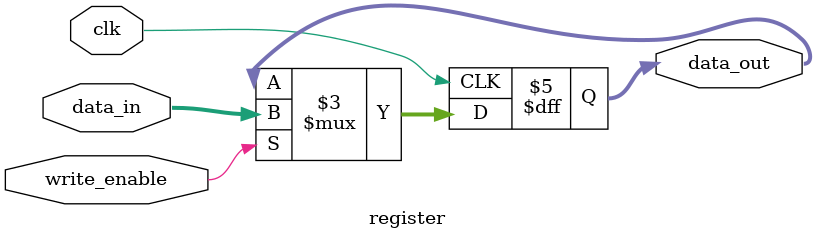
<source format=sv>
module register(
    input clk,
    input write_enable,
    input [31:0] data_in,
    output reg [31:0] data_out);

    always @(posedge clk) 
        if (write_enable) 
            data_out = data_in;
endmodule
</source>
